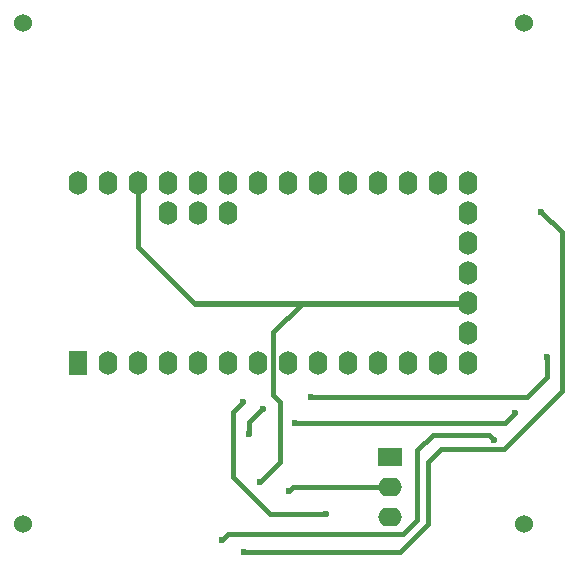
<source format=gbl>
G04*
G04 #@! TF.GenerationSoftware,Altium Limited,Altium Designer,19.1.5 (86)*
G04*
G04 Layer_Physical_Order=2*
G04 Layer_Color=16711680*
%FSLAX25Y25*%
%MOIN*%
G70*
G01*
G75*
%ADD16C,0.01575*%
%ADD46C,0.01968*%
%ADD50C,0.06000*%
%ADD51R,0.07874X0.06299*%
%ADD52O,0.07874X0.06299*%
%ADD53O,0.06299X0.07874*%
%ADD54R,0.06299X0.07874*%
%ADD55C,0.02362*%
D16*
X-45000Y8779D02*
Y30000D01*
Y8779D02*
X-25984Y-10236D01*
X-13386Y-68110D02*
X-1181Y-80315D01*
X17717D01*
X76772Y-58661D02*
X96063Y-39370D01*
X55905Y-58661D02*
X76772D01*
X51575Y-62992D02*
X55905Y-58661D01*
X51575Y-83465D02*
Y-62992D01*
X42126Y-92913D02*
X51575Y-83465D01*
X-9692Y-92913D02*
X42126D01*
X72047Y-53937D02*
X73622Y-55512D01*
X53150Y-53937D02*
X72047D01*
X48031Y-59055D02*
X53150Y-53937D01*
X48031Y-82284D02*
Y-59055D01*
X43307Y-87008D02*
X48031Y-82284D01*
X-15157Y-87008D02*
X43307D01*
X5276Y-72598D02*
X6614Y-71260D01*
X96063Y-39370D02*
Y13583D01*
X89272Y20374D02*
X96063Y13583D01*
X-17126Y-88976D02*
X-15157Y-87008D01*
X77165Y-50000D02*
X80709Y-46457D01*
X7087Y-50000D02*
X77165D01*
X91339Y-34646D02*
Y-27953D01*
X84646Y-41339D02*
X91339Y-34646D01*
X12598Y-41339D02*
X84646D01*
X-3937Y-45276D02*
X-3543D01*
X-8268Y-49606D02*
X-3937Y-45276D01*
X0Y-40551D02*
X2362Y-42913D01*
Y-62992D02*
Y-42913D01*
X-4331Y-69685D02*
X2362Y-62992D01*
X-8268Y-53543D02*
Y-49606D01*
X-13386Y-46177D02*
X-10122Y-42913D01*
X-13386Y-68110D02*
Y-46177D01*
X0Y-19685D02*
X9449Y-10236D01*
X0Y-40551D02*
Y-19685D01*
X6614Y-71260D02*
X38976D01*
D46*
X-25984Y-10236D02*
X9449D01*
X65748D01*
D50*
X83517Y-83517D02*
D03*
X-83517D02*
D03*
X83517Y83517D02*
D03*
X-83517D02*
D03*
D51*
X38976Y-61260D02*
D03*
D52*
Y-71260D02*
D03*
Y-81260D02*
D03*
D53*
X65000Y30000D02*
D03*
Y-30000D02*
D03*
Y-20000D02*
D03*
Y-10000D02*
D03*
Y0D02*
D03*
Y10000D02*
D03*
Y20000D02*
D03*
X55000Y30000D02*
D03*
X45000D02*
D03*
X35000D02*
D03*
X25000D02*
D03*
X15000D02*
D03*
X5000D02*
D03*
X-5000D02*
D03*
X-15000D02*
D03*
X-25000D02*
D03*
X-35000D02*
D03*
X-45000D02*
D03*
X-55000D02*
D03*
X-65000D02*
D03*
X55000Y-30000D02*
D03*
X45000D02*
D03*
X35000D02*
D03*
X25000D02*
D03*
X15000D02*
D03*
X5000D02*
D03*
X-5000D02*
D03*
X-15000D02*
D03*
X-25000D02*
D03*
X-35000D02*
D03*
X-45000D02*
D03*
X-55000D02*
D03*
X-35000Y20000D02*
D03*
X-25000D02*
D03*
X-15000D02*
D03*
D54*
X-65000Y-30000D02*
D03*
D55*
X17717Y-80315D02*
D03*
X5276Y-72598D02*
D03*
X-9692Y-92913D02*
D03*
X89272Y20374D02*
D03*
X73622Y-55512D02*
D03*
X-17126Y-88976D02*
D03*
X80709Y-46457D02*
D03*
X7087Y-50000D02*
D03*
X91339Y-27953D02*
D03*
X12598Y-41339D02*
D03*
X-3543Y-45276D02*
D03*
X-8268Y-53543D02*
D03*
X-4331Y-69685D02*
D03*
X-10122Y-42913D02*
D03*
M02*

</source>
